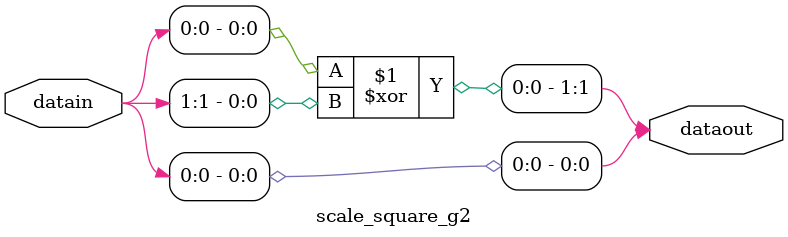
<source format=v>
module scale_square_g2(output wire[1:0]dataout,input wire[1:0]datain);
assign dataout[1]=datain[0] ^ datain[1];
assign dataout[0]=datain[0];
endmodule
</source>
